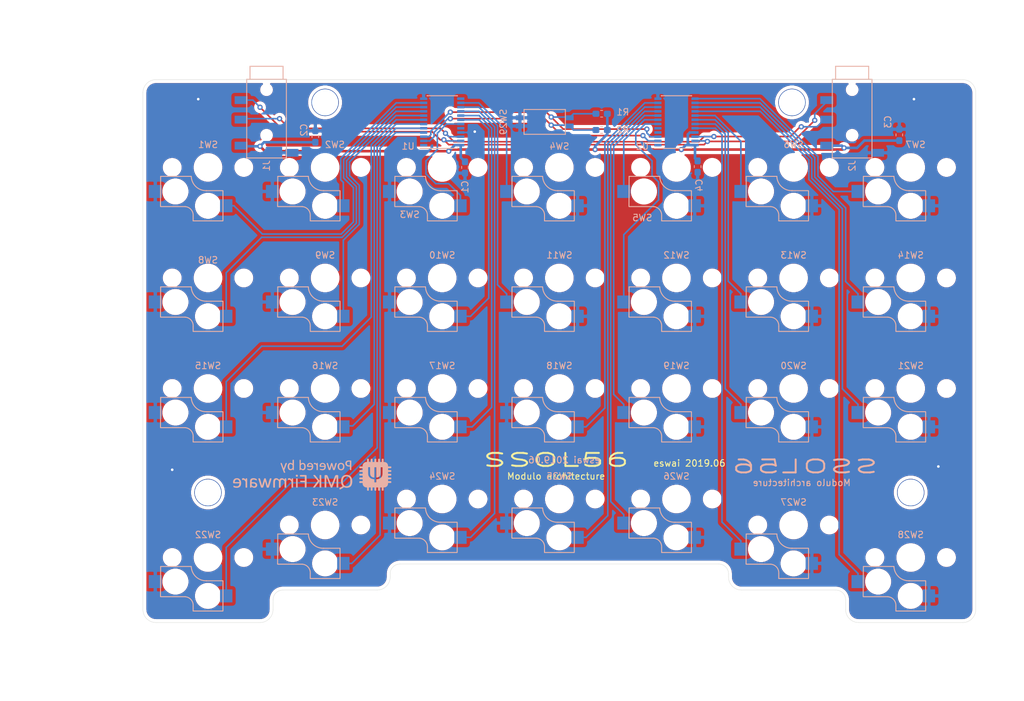
<source format=kicad_pcb>
(kicad_pcb (version 20171130) (host pcbnew "(5.1.0-0)")
  (layers (0 F.Cu signal) (31 B.Cu signal) (34 B.Paste user hide) (35 F.Paste user hide) (36 B.SilkS user) (37 F.SilkS user) (38 B.Mask user hide) (39 F.Mask user hide) (44 Edge.Cuts user))
  (net 0 "")
  (net 1 SDA)
  (net 2 SCL)
  (net 3 GND)
  (net 4 SW1)
  (net 5 SW2)
  (net 6 SW3)
  (net 7 SW4)
  (net 8 SW5)
  (net 9 SW6)
  (net 10 SW7)
  (net 11 SW8)
  (net 12 SW9)
  (net 13 SW10)
  (net 14 SW11)
  (net 15 SW12)
  (net 16 SW13)
  (net 17 SW14)
  (net 18 SW15)
  (net 19 SW16)
  (net 20 SW17)
  (net 21 SW18)
  (net 22 SW19)
  (net 23 SW20)
  (net 24 A2)
  (net 25 A1)
  (net 26 VCC)
  (net 27 SW21)
  (net 28 SW22)
  (net 29 SW23)
  (net 30 SW24)
  (net 31 SW25)
  (net 32 SW26)
  (net 33 SW27)
  (net 34 SW28)
  (module eswai:qmk (layer B.Cu) (at 175 88.75 180)
    (fp_text reference G*** hide)
    (fp_text value LOGO hide)
  )
  (module eswai:CherryMX_Choc_Hotswap_copy (layer F.Cu) (at 267 101.5)
    (fp_text reference SW28 (at 0 -3.5) (layer B.SilkS) (effects (justify mirror)))
    (fp_text value SW_PUSH hide)
    (pad 1 smd rect (at -8.1 3.7 180) (size 2 2) (layers B.Cu B.Paste B.Mask) (net 34 SW28))
    (pad 2 smd rect (at 2.8 5.9 180) (size 1.9 2) (layers B.Cu B.Paste B.Mask) (net 3 GND))
    (pad "" np_thru_hole circle (at -5 3.7 90) (size 3 3) (drill 3) (layers *.Cu *.Mask))
    (pad "" np_thru_hole circle (at 0 5.9 90) (size 3 3) (drill 3) (layers *.Cu *.Mask))
    (pad "" np_thru_hole circle (at 0 0 90) (size 3.4 3.4) (drill 3.4) (layers *.Cu *.Mask))
    (pad "" np_thru_hole circle (at -5.5 0 90) (size 1.9 1.9) (drill 1.9) (layers *.Cu *.Mask))
    (pad "" np_thru_hole circle (at 5.5 0 90) (size 1.9 1.9) (drill 1.9) (layers *.Cu *.Mask))
  )
  (module eswai:CherryMX_Choc_Hotswap_copy (layer F.Cu) (at 249 96.5)
    (fp_text reference SW27 (at 0 -3.5) (layer B.SilkS) (effects (justify mirror)))
    (fp_text value SW_PUSH hide)
    (pad 1 smd rect (at -8.1 3.7 180) (size 2 2) (layers B.Cu B.Paste B.Mask) (net 33 SW27))
    (pad 2 smd rect (at 2.8 5.9 180) (size 1.9 2) (layers B.Cu B.Paste B.Mask) (net 3 GND))
    (pad "" np_thru_hole circle (at -5 3.7 90) (size 3 3) (drill 3) (layers *.Cu *.Mask))
    (pad "" np_thru_hole circle (at 0 5.9 90) (size 3 3) (drill 3) (layers *.Cu *.Mask))
    (pad "" np_thru_hole circle (at 0 0 90) (size 3.4 3.4) (drill 3.4) (layers *.Cu *.Mask))
    (pad "" np_thru_hole circle (at -5.5 0 90) (size 1.9 1.9) (drill 1.9) (layers *.Cu *.Mask))
    (pad "" np_thru_hole circle (at 5.5 0 90) (size 1.9 1.9) (drill 1.9) (layers *.Cu *.Mask))
  )
  (module eswai:CherryMX_Choc_Hotswap_copy (layer F.Cu) (at 231 92.5)
    (fp_text reference SW26 (at 0 -3.5) (layer B.SilkS) (effects (justify mirror)))
    (fp_text value SW_PUSH hide)
    (pad 1 smd rect (at -8.1 3.7 180) (size 2 2) (layers B.Cu B.Paste B.Mask) (net 32 SW26))
    (pad 2 smd rect (at 2.8 5.9 180) (size 1.9 2) (layers B.Cu B.Paste B.Mask) (net 3 GND))
    (pad "" np_thru_hole circle (at -5 3.7 90) (size 3 3) (drill 3) (layers *.Cu *.Mask))
    (pad "" np_thru_hole circle (at 0 5.9 90) (size 3 3) (drill 3) (layers *.Cu *.Mask))
    (pad "" np_thru_hole circle (at 0 0 90) (size 3.4 3.4) (drill 3.4) (layers *.Cu *.Mask))
    (pad "" np_thru_hole circle (at -5.5 0 90) (size 1.9 1.9) (drill 1.9) (layers *.Cu *.Mask))
    (pad "" np_thru_hole circle (at 5.5 0 90) (size 1.9 1.9) (drill 1.9) (layers *.Cu *.Mask))
  )
  (module eswai:CherryMX_Choc_Hotswap_copy (layer F.Cu) (at 213 92.5)
    (fp_text reference SW25 (at 0 -3.5) (layer B.SilkS) (effects (justify mirror)))
    (fp_text value SW_PUSH hide)
    (pad 1 smd rect (at -8.1 3.7 180) (size 2 2) (layers B.Cu B.Paste B.Mask) (net 3 GND))
    (pad 2 smd rect (at 2.8 5.9 180) (size 1.9 2) (layers B.Cu B.Paste B.Mask) (net 31 SW25))
    (pad "" np_thru_hole circle (at -5 3.7 90) (size 3 3) (drill 3) (layers *.Cu *.Mask))
    (pad "" np_thru_hole circle (at 0 5.9 90) (size 3 3) (drill 3) (layers *.Cu *.Mask))
    (pad "" np_thru_hole circle (at 0 0 90) (size 3.4 3.4) (drill 3.4) (layers *.Cu *.Mask))
    (pad "" np_thru_hole circle (at -5.5 0 90) (size 1.9 1.9) (drill 1.9) (layers *.Cu *.Mask))
    (pad "" np_thru_hole circle (at 5.5 0 90) (size 1.9 1.9) (drill 1.9) (layers *.Cu *.Mask))
  )
  (module eswai:CherryMX_Choc_Hotswap_copy (layer F.Cu) (at 195 92.5)
    (fp_text reference SW24 (at 0 -3.5) (layer B.SilkS) (effects (justify mirror)))
    (fp_text value SW_PUSH hide)
    (pad 1 smd rect (at -8.1 3.7 180) (size 2 2) (layers B.Cu B.Paste B.Mask) (net 3 GND))
    (pad 2 smd rect (at 2.8 5.9 180) (size 1.9 2) (layers B.Cu B.Paste B.Mask) (net 30 SW24))
    (pad "" np_thru_hole circle (at -5 3.7 90) (size 3 3) (drill 3) (layers *.Cu *.Mask))
    (pad "" np_thru_hole circle (at 0 5.9 90) (size 3 3) (drill 3) (layers *.Cu *.Mask))
    (pad "" np_thru_hole circle (at 0 0 90) (size 3.4 3.4) (drill 3.4) (layers *.Cu *.Mask))
    (pad "" np_thru_hole circle (at -5.5 0 90) (size 1.9 1.9) (drill 1.9) (layers *.Cu *.Mask))
    (pad "" np_thru_hole circle (at 5.5 0 90) (size 1.9 1.9) (drill 1.9) (layers *.Cu *.Mask))
  )
  (module eswai:CherryMX_Choc_Hotswap_copy (layer F.Cu) (at 177 96.5)
    (fp_text reference SW23 (at 0 -3.5) (layer B.SilkS) (effects (justify mirror)))
    (fp_text value SW_PUSH hide)
    (pad 1 smd rect (at -8.1 3.7 180) (size 2 2) (layers B.Cu B.Paste B.Mask) (net 3 GND))
    (pad 2 smd rect (at 2.8 5.9 180) (size 1.9 2) (layers B.Cu B.Paste B.Mask) (net 29 SW23))
    (pad "" np_thru_hole circle (at -5 3.7 90) (size 3 3) (drill 3) (layers *.Cu *.Mask))
    (pad "" np_thru_hole circle (at 0 5.9 90) (size 3 3) (drill 3) (layers *.Cu *.Mask))
    (pad "" np_thru_hole circle (at 0 0 90) (size 3.4 3.4) (drill 3.4) (layers *.Cu *.Mask))
    (pad "" np_thru_hole circle (at -5.5 0 90) (size 1.9 1.9) (drill 1.9) (layers *.Cu *.Mask))
    (pad "" np_thru_hole circle (at 5.5 0 90) (size 1.9 1.9) (drill 1.9) (layers *.Cu *.Mask))
  )
  (module eswai:CherryMX_Choc_Hotswap_copy (layer F.Cu) (at 159 101.5)
    (fp_text reference SW22 (at 0 -3.5) (layer B.SilkS) (effects (justify mirror)))
    (fp_text value SW_PUSH hide)
    (pad 1 smd rect (at -8.1 3.7 180) (size 2 2) (layers B.Cu B.Paste B.Mask) (net 3 GND))
    (pad 2 smd rect (at 2.8 5.9 180) (size 1.9 2) (layers B.Cu B.Paste B.Mask) (net 28 SW22))
    (pad "" np_thru_hole circle (at -5 3.7 90) (size 3 3) (drill 3) (layers *.Cu *.Mask))
    (pad "" np_thru_hole circle (at 0 5.9 90) (size 3 3) (drill 3) (layers *.Cu *.Mask))
    (pad "" np_thru_hole circle (at 0 0 90) (size 3.4 3.4) (drill 3.4) (layers *.Cu *.Mask))
    (pad "" np_thru_hole circle (at -5.5 0 90) (size 1.9 1.9) (drill 1.9) (layers *.Cu *.Mask))
    (pad "" np_thru_hole circle (at 5.5 0 90) (size 1.9 1.9) (drill 1.9) (layers *.Cu *.Mask))
  )
  (module eswai:CherryMX_Choc_Hotswap_copy (layer F.Cu) (at 267 75.5)
    (fp_text reference SW21 (at 0 -3.5) (layer B.SilkS) (effects (justify mirror)))
    (fp_text value SW_PUSH hide)
    (pad 1 smd rect (at -8.1 3.7 180) (size 2 2) (layers B.Cu B.Paste B.Mask) (net 27 SW21))
    (pad 2 smd rect (at 2.8 5.9 180) (size 1.9 2) (layers B.Cu B.Paste B.Mask) (net 3 GND))
    (pad "" np_thru_hole circle (at -5 3.7 90) (size 3 3) (drill 3) (layers *.Cu *.Mask))
    (pad "" np_thru_hole circle (at 0 5.9 90) (size 3 3) (drill 3) (layers *.Cu *.Mask))
    (pad "" np_thru_hole circle (at 0 0 90) (size 3.4 3.4) (drill 3.4) (layers *.Cu *.Mask))
    (pad "" np_thru_hole circle (at -5.5 0 90) (size 1.9 1.9) (drill 1.9) (layers *.Cu *.Mask))
    (pad "" np_thru_hole circle (at 5.5 0 90) (size 1.9 1.9) (drill 1.9) (layers *.Cu *.Mask))
  )
  (module eswai:CherryMX_Choc_Hotswap_copy (layer F.Cu) (at 249 75.5)
    (fp_text reference SW20 (at 0 -3.5) (layer B.SilkS) (effects (justify mirror)))
    (fp_text value SW_PUSH hide)
    (pad 1 smd rect (at -8.1 3.7 180) (size 2 2) (layers B.Cu B.Paste B.Mask) (net 23 SW20))
    (pad 2 smd rect (at 2.8 5.9 180) (size 1.9 2) (layers B.Cu B.Paste B.Mask) (net 3 GND))
    (pad "" np_thru_hole circle (at -5 3.7 90) (size 3 3) (drill 3) (layers *.Cu *.Mask))
    (pad "" np_thru_hole circle (at 0 5.9 90) (size 3 3) (drill 3) (layers *.Cu *.Mask))
    (pad "" np_thru_hole circle (at 0 0 90) (size 3.4 3.4) (drill 3.4) (layers *.Cu *.Mask))
    (pad "" np_thru_hole circle (at -5.5 0 90) (size 1.9 1.9) (drill 1.9) (layers *.Cu *.Mask))
    (pad "" np_thru_hole circle (at 5.5 0 90) (size 1.9 1.9) (drill 1.9) (layers *.Cu *.Mask))
  )
  (module eswai:CherryMX_Choc_Hotswap_copy (layer F.Cu) (at 231 75.5)
    (fp_text reference SW19 (at 0 -3.5) (layer B.SilkS) (effects (justify mirror)))
    (fp_text value SW_PUSH hide)
    (pad 1 smd rect (at -8.1 3.7 180) (size 2 2) (layers B.Cu B.Paste B.Mask) (net 22 SW19))
    (pad 2 smd rect (at 2.8 5.9 180) (size 1.9 2) (layers B.Cu B.Paste B.Mask) (net 3 GND))
    (pad "" np_thru_hole circle (at -5 3.7 90) (size 3 3) (drill 3) (layers *.Cu *.Mask))
    (pad "" np_thru_hole circle (at 0 5.9 90) (size 3 3) (drill 3) (layers *.Cu *.Mask))
    (pad "" np_thru_hole circle (at 0 0 90) (size 3.4 3.4) (drill 3.4) (layers *.Cu *.Mask))
    (pad "" np_thru_hole circle (at -5.5 0 90) (size 1.9 1.9) (drill 1.9) (layers *.Cu *.Mask))
    (pad "" np_thru_hole circle (at 5.5 0 90) (size 1.9 1.9) (drill 1.9) (layers *.Cu *.Mask))
  )
  (module eswai:CherryMX_Choc_Hotswap_copy (layer F.Cu) (at 213 75.5)
    (fp_text reference SW18 (at 0 -3.5) (layer B.SilkS) (effects (justify mirror)))
    (fp_text value SW_PUSH hide)
    (pad 1 smd rect (at -8.1 3.7 180) (size 2 2) (layers B.Cu B.Paste B.Mask) (net 3 GND))
    (pad 2 smd rect (at 2.8 5.9 180) (size 1.9 2) (layers B.Cu B.Paste B.Mask) (net 21 SW18))
    (pad "" np_thru_hole circle (at -5 3.7 90) (size 3 3) (drill 3) (layers *.Cu *.Mask))
    (pad "" np_thru_hole circle (at 0 5.9 90) (size 3 3) (drill 3) (layers *.Cu *.Mask))
    (pad "" np_thru_hole circle (at 0 0 90) (size 3.4 3.4) (drill 3.4) (layers *.Cu *.Mask))
    (pad "" np_thru_hole circle (at -5.5 0 90) (size 1.9 1.9) (drill 1.9) (layers *.Cu *.Mask))
    (pad "" np_thru_hole circle (at 5.5 0 90) (size 1.9 1.9) (drill 1.9) (layers *.Cu *.Mask))
  )
  (module eswai:CherryMX_Choc_Hotswap_copy (layer F.Cu) (at 195 75.5)
    (fp_text reference SW17 (at 0 -3.5) (layer B.SilkS) (effects (justify mirror)))
    (fp_text value SW_PUSH hide)
    (pad 1 smd rect (at -8.1 3.7 180) (size 2 2) (layers B.Cu B.Paste B.Mask) (net 3 GND))
    (pad 2 smd rect (at 2.8 5.9 180) (size 1.9 2) (layers B.Cu B.Paste B.Mask) (net 20 SW17))
    (pad "" np_thru_hole circle (at -5 3.7 90) (size 3 3) (drill 3) (layers *.Cu *.Mask))
    (pad "" np_thru_hole circle (at 0 5.9 90) (size 3 3) (drill 3) (layers *.Cu *.Mask))
    (pad "" np_thru_hole circle (at 0 0 90) (size 3.4 3.4) (drill 3.4) (layers *.Cu *.Mask))
    (pad "" np_thru_hole circle (at -5.5 0 90) (size 1.9 1.9) (drill 1.9) (layers *.Cu *.Mask))
    (pad "" np_thru_hole circle (at 5.5 0 90) (size 1.9 1.9) (drill 1.9) (layers *.Cu *.Mask))
  )
  (module eswai:CherryMX_Choc_Hotswap_copy (layer F.Cu) (at 177 75.5)
    (fp_text reference SW16 (at 0 -3.5) (layer B.SilkS) (effects (justify mirror)))
    (fp_text value SW_PUSH hide)
    (pad 1 smd rect (at -8.1 3.7 180) (size 2 2) (layers B.Cu B.Paste B.Mask) (net 3 GND))
    (pad 2 smd rect (at 2.8 5.9 180) (size 1.9 2) (layers B.Cu B.Paste B.Mask) (net 19 SW16))
    (pad "" np_thru_hole circle (at -5 3.7 90) (size 3 3) (drill 3) (layers *.Cu *.Mask))
    (pad "" np_thru_hole circle (at 0 5.9 90) (size 3 3) (drill 3) (layers *.Cu *.Mask))
    (pad "" np_thru_hole circle (at 0 0 90) (size 3.4 3.4) (drill 3.4) (layers *.Cu *.Mask))
    (pad "" np_thru_hole circle (at -5.5 0 90) (size 1.9 1.9) (drill 1.9) (layers *.Cu *.Mask))
    (pad "" np_thru_hole circle (at 5.5 0 90) (size 1.9 1.9) (drill 1.9) (layers *.Cu *.Mask))
  )
  (module eswai:CherryMX_Choc_Hotswap_copy (layer F.Cu) (at 159 75.5)
    (fp_text reference SW15 (at 0 -3.5) (layer B.SilkS) (effects (justify mirror)))
    (fp_text value SW_PUSH hide)
    (pad 1 smd rect (at -8.1 3.7 180) (size 2 2) (layers B.Cu B.Paste B.Mask) (net 3 GND))
    (pad 2 smd rect (at 2.8 5.9 180) (size 1.9 2) (layers B.Cu B.Paste B.Mask) (net 18 SW15))
    (pad "" np_thru_hole circle (at -5 3.7 90) (size 3 3) (drill 3) (layers *.Cu *.Mask))
    (pad "" np_thru_hole circle (at 0 5.9 90) (size 3 3) (drill 3) (layers *.Cu *.Mask))
    (pad "" np_thru_hole circle (at 0 0 90) (size 3.4 3.4) (drill 3.4) (layers *.Cu *.Mask))
    (pad "" np_thru_hole circle (at -5.5 0 90) (size 1.9 1.9) (drill 1.9) (layers *.Cu *.Mask))
    (pad "" np_thru_hole circle (at 5.5 0 90) (size 1.9 1.9) (drill 1.9) (layers *.Cu *.Mask))
  )
  (module eswai:CherryMX_Choc_Hotswap_copy (layer F.Cu) (at 267 58.5)
    (fp_text reference SW14 (at 0 -3.5) (layer B.SilkS) (effects (justify mirror)))
    (fp_text value SW_PUSH hide)
    (pad 1 smd rect (at -8.1 3.7 180) (size 2 2) (layers B.Cu B.Paste B.Mask) (net 17 SW14))
    (pad 2 smd rect (at 2.8 5.9 180) (size 1.9 2) (layers B.Cu B.Paste B.Mask) (net 3 GND))
    (pad "" np_thru_hole circle (at -5 3.7 90) (size 3 3) (drill 3) (layers *.Cu *.Mask))
    (pad "" np_thru_hole circle (at 0 5.9 90) (size 3 3) (drill 3) (layers *.Cu *.Mask))
    (pad "" np_thru_hole circle (at 0 0 90) (size 3.4 3.4) (drill 3.4) (layers *.Cu *.Mask))
    (pad "" np_thru_hole circle (at -5.5 0 90) (size 1.9 1.9) (drill 1.9) (layers *.Cu *.Mask))
    (pad "" np_thru_hole circle (at 5.5 0 90) (size 1.9 1.9) (drill 1.9) (layers *.Cu *.Mask))
  )
  (module eswai:CherryMX_Choc_Hotswap_copy (layer F.Cu) (at 249 58.5)
    (fp_text reference SW13 (at 0 -3.5) (layer B.SilkS) (effects (justify mirror)))
    (fp_text value SW_PUSH hide)
    (pad 1 smd rect (at -8.1 3.7 180) (size 2 2) (layers B.Cu B.Paste B.Mask) (net 16 SW13))
    (pad 2 smd rect (at 2.8 5.9 180) (size 1.9 2) (layers B.Cu B.Paste B.Mask) (net 3 GND))
    (pad "" np_thru_hole circle (at -5 3.7 90) (size 3 3) (drill 3) (layers *.Cu *.Mask))
    (pad "" np_thru_hole circle (at 0 5.9 90) (size 3 3) (drill 3) (layers *.Cu *.Mask))
    (pad "" np_thru_hole circle (at 0 0 90) (size 3.4 3.4) (drill 3.4) (layers *.Cu *.Mask))
    (pad "" np_thru_hole circle (at -5.5 0 90) (size 1.9 1.9) (drill 1.9) (layers *.Cu *.Mask))
    (pad "" np_thru_hole circle (at 5.5 0 90) (size 1.9 1.9) (drill 1.9) (layers *.Cu *.Mask))
  )
  (module eswai:CherryMX_Choc_Hotswap_copy (layer F.Cu) (at 231 58.5)
    (fp_text reference SW12 (at 0 -3.5) (layer B.SilkS) (effects (justify mirror)))
    (fp_text value SW_PUSH hide)
    (pad 1 smd rect (at -8.1 3.7 180) (size 2 2) (layers B.Cu B.Paste B.Mask) (net 15 SW12))
    (pad 2 smd rect (at 2.8 5.9 180) (size 1.9 2) (layers B.Cu B.Paste B.Mask) (net 3 GND))
    (pad "" np_thru_hole circle (at -5 3.7 90) (size 3 3) (drill 3) (layers *.Cu *.Mask))
    (pad "" np_thru_hole circle (at 0 5.9 90) (size 3 3) (drill 3) (layers *.Cu *.Mask))
    (pad "" np_thru_hole circle (at 0 0 90) (size 3.4 3.4) (drill 3.4) (layers *.Cu *.Mask))
    (pad "" np_thru_hole circle (at -5.5 0 90) (size 1.9 1.9) (drill 1.9) (layers *.Cu *.Mask))
    (pad "" np_thru_hole circle (at 5.5 0 90) (size 1.9 1.9) (drill 1.9) (layers *.Cu *.Mask))
  )
  (module eswai:CherryMX_Choc_Hotswap_copy (layer F.Cu) (at 213 58.5)
    (fp_text reference SW11 (at 0 -3.5) (layer B.SilkS) (effects (justify mirror)))
    (fp_text value SW_PUSH hide)
    (pad 1 smd rect (at -8.1 3.7 180) (size 2 2) (layers B.Cu B.Paste B.Mask) (net 14 SW11))
    (pad 2 smd rect (at 2.8 5.9 180) (size 1.9 2) (layers B.Cu B.Paste B.Mask) (net 3 GND))
    (pad "" np_thru_hole circle (at -5 3.7 90) (size 3 3) (drill 3) (layers *.Cu *.Mask))
    (pad "" np_thru_hole circle (at 0 5.9 90) (size 3 3) (drill 3) (layers *.Cu *.Mask))
    (pad "" np_thru_hole circle (at 0 0 90) (size 3.4 3.4) (drill 3.4) (layers *.Cu *.Mask))
    (pad "" np_thru_hole circle (at -5.5 0 90) (size 1.9 1.9) (drill 1.9) (layers *.Cu *.Mask))
    (pad "" np_thru_hole circle (at 5.5 0 90) (size 1.9 1.9) (drill 1.9) (layers *.Cu *.Mask))
  )
  (module eswai:CherryMX_Choc_Hotswap_copy (layer F.Cu) (at 195 58.5)
    (fp_text reference SW10 (at 0 -3.5) (layer B.SilkS) (effects (justify mirror)))
    (fp_text value SW_PUSH hide)
    (pad 1 smd rect (at -8.1 3.7 180) (size 2 2) (layers B.Cu B.Paste B.Mask) (net 3 GND))
    (pad 2 smd rect (at 2.8 5.9 180) (size 1.9 2) (layers B.Cu B.Paste B.Mask) (net 13 SW10))
    (pad "" np_thru_hole circle (at -5 3.7 90) (size 3 3) (drill 3) (layers *.Cu *.Mask))
    (pad "" np_thru_hole circle (at 0 5.9 90) (size 3 3) (drill 3) (layers *.Cu *.Mask))
    (pad "" np_thru_hole circle (at 0 0 90) (size 3.4 3.4) (drill 3.4) (layers *.Cu *.Mask))
    (pad "" np_thru_hole circle (at -5.5 0 90) (size 1.9 1.9) (drill 1.9) (layers *.Cu *.Mask))
    (pad "" np_thru_hole circle (at 5.5 0 90) (size 1.9 1.9) (drill 1.9) (layers *.Cu *.Mask))
  )
  (module eswai:CherryMX_Choc_Hotswap_copy (layer F.Cu) (at 177 58.5)
    (fp_text reference SW9 (at 0 -3.5) (layer B.SilkS) (effects (justify mirror)))
    (fp_text value SW_PUSH hide)
    (pad 1 smd rect (at -8.1 3.7 180) (size 2 2) (layers B.Cu B.Paste B.Mask) (net 3 GND))
    (pad 2 smd rect (at 2.8 5.9 180) (size 1.9 2) (layers B.Cu B.Paste B.Mask) (net 12 SW9))
    (pad "" np_thru_hole circle (at -5 3.7 90) (size 3 3) (drill 3) (layers *.Cu *.Mask))
    (pad "" np_thru_hole circle (at 0 5.9 90) (size 3 3) (drill 3) (layers *.Cu *.Mask))
    (pad "" np_thru_hole circle (at 0 0 90) (size 3.4 3.4) (drill 3.4) (layers *.Cu *.Mask))
    (pad "" np_thru_hole circle (at -5.5 0 90) (size 1.9 1.9) (drill 1.9) (layers *.Cu *.Mask))
    (pad "" np_thru_hole circle (at 5.5 0 90) (size 1.9 1.9) (drill 1.9) (layers *.Cu *.Mask))
  )
  (module eswai:CherryMX_Choc_Hotswap_copy (layer F.Cu) (at 159 58.5)
    (fp_text reference SW8 (at 0 -2.75) (layer B.SilkS) (effects (justify mirror)))
    (fp_text value SW_PUSH hide)
    (pad 1 smd rect (at -8.1 3.7 180) (size 2 2) (layers B.Cu B.Paste B.Mask) (net 3 GND))
    (pad 2 smd rect (at 2.8 5.9 180) (size 1.9 2) (layers B.Cu B.Paste B.Mask) (net 11 SW8))
    (pad "" np_thru_hole circle (at -5 3.7 90) (size 3 3) (drill 3) (layers *.Cu *.Mask))
    (pad "" np_thru_hole circle (at 0 5.9 90) (size 3 3) (drill 3) (layers *.Cu *.Mask))
    (pad "" np_thru_hole circle (at 0 0 90) (size 3.4 3.4) (drill 3.4) (layers *.Cu *.Mask))
    (pad "" np_thru_hole circle (at -5.5 0 90) (size 1.9 1.9) (drill 1.9) (layers *.Cu *.Mask))
    (pad "" np_thru_hole circle (at 5.5 0 90) (size 1.9 1.9) (drill 1.9) (layers *.Cu *.Mask))
  )
  (module eswai:CherryMX_Choc_Hotswap_copy (layer F.Cu) (at 267 41.5)
    (fp_text reference SW7 (at 0.75 -3.5) (layer B.SilkS) (effects (justify mirror)))
    (fp_text value SW_PUSH hide)
    (pad 1 smd rect (at -8.1 3.7 180) (size 2 2) (layers B.Cu B.Paste B.Mask) (net 10 SW7))
    (pad 2 smd rect (at 2.8 5.9 180) (size 1.9 2) (layers B.Cu B.Paste B.Mask) (net 3 GND))
    (pad "" np_thru_hole circle (at -5 3.7 90) (size 3 3) (drill 3) (layers *.Cu *.Mask))
    (pad "" np_thru_hole circle (at 0 5.9 90) (size 3 3) (drill 3) (layers *.Cu *.Mask))
    (pad "" np_thru_hole circle (at 0 0 90) (size 3.4 3.4) (drill 3.4) (layers *.Cu *.Mask))
    (pad "" np_thru_hole circle (at -5.5 0 90) (size 1.9 1.9) (drill 1.9) (layers *.Cu *.Mask))
    (pad "" np_thru_hole circle (at 5.5 0 90) (size 1.9 1.9) (drill 1.9) (layers *.Cu *.Mask))
  )
  (module eswai:CherryMX_Choc_Hotswap_copy (layer F.Cu) (at 249 41.5)
    (fp_text reference SW6 (at 0 -3.5) (layer B.SilkS) (effects (justify mirror)))
    (fp_text value SW_PUSH hide)
    (pad 1 smd rect (at -8.1 3.7 180) (size 2 2) (layers B.Cu B.Paste B.Mask) (net 9 SW6))
    (pad 2 smd rect (at 2.8 5.9 180) (size 1.9 2) (layers B.Cu B.Paste B.Mask) (net 3 GND))
    (pad "" np_thru_hole circle (at -5 3.7 90) (size 3 3) (drill 3) (layers *.Cu *.Mask))
    (pad "" np_thru_hole circle (at 0 5.9 90) (size 3 3) (drill 3) (layers *.Cu *.Mask))
    (pad "" np_thru_hole circle (at 0 0 90) (size 3.4 3.4) (drill 3.4) (layers *.Cu *.Mask))
    (pad "" np_thru_hole circle (at -5.5 0 90) (size 1.9 1.9) (drill 1.9) (layers *.Cu *.Mask))
    (pad "" np_thru_hole circle (at 5.5 0 90) (size 1.9 1.9) (drill 1.9) (layers *.Cu *.Mask))
  )
  (module eswai:CherryMX_Choc_Hotswap_copy (layer F.Cu) (at 231 41.5)
    (fp_text reference SW5 (at -5.25 7.75) (layer B.SilkS) (effects (justify mirror)))
    (fp_text value SW_PUSH hide)
    (pad 1 smd rect (at -8.1 3.7 180) (size 2 2) (layers B.Cu B.Paste B.Mask) (net 8 SW5))
    (pad 2 smd rect (at 2.8 5.9 180) (size 1.9 2) (layers B.Cu B.Paste B.Mask) (net 3 GND))
    (pad "" np_thru_hole circle (at -5 3.7 90) (size 3 3) (drill 3) (layers *.Cu *.Mask))
    (pad "" np_thru_hole circle (at 0 5.9 90) (size 3 3) (drill 3) (layers *.Cu *.Mask))
    (pad "" np_thru_hole circle (at 0 0 90) (size 3.4 3.4) (drill 3.4) (layers *.Cu *.Mask))
    (pad "" np_thru_hole circle (at -5.5 0 90) (size 1.9 1.9) (drill 1.9) (layers *.Cu *.Mask))
    (pad "" np_thru_hole circle (at 5.5 0 90) (size 1.9 1.9) (drill 1.9) (layers *.Cu *.Mask))
  )
  (module eswai:CherryMX_Choc_Hotswap_copy (layer F.Cu) (at 213 41.5)
    (fp_text reference SW4 (at 0 -3.25) (layer B.SilkS) (effects (justify mirror)))
    (fp_text value SW_PUSH hide)
    (pad 1 smd rect (at -8.1 3.7 180) (size 2 2) (layers B.Cu B.Paste B.Mask) (net 7 SW4))
    (pad 2 smd rect (at 2.8 5.9 180) (size 1.9 2) (layers B.Cu B.Paste B.Mask) (net 3 GND))
    (pad "" np_thru_hole circle (at -5 3.7 90) (size 3 3) (drill 3) (layers *.Cu *.Mask))
    (pad "" np_thru_hole circle (at 0 5.9 90) (size 3 3) (drill 3) (layers *.Cu *.Mask))
    (pad "" np_thru_hole circle (at 0 0 90) (size 3.4 3.4) (drill 3.4) (layers *.Cu *.Mask))
    (pad "" np_thru_hole circle (at -5.5 0 90) (size 1.9 1.9) (drill 1.9) (layers *.Cu *.Mask))
    (pad "" np_thru_hole circle (at 5.5 0 90) (size 1.9 1.9) (drill 1.9) (layers *.Cu *.Mask))
  )
  (module eswai:CherryMX_Choc_Hotswap_copy (layer F.Cu) (at 195 41.5)
    (fp_text reference SW3 (at -5 7.25) (layer B.SilkS) (effects (justify mirror)))
    (fp_text value SW_PUSH hide)
    (pad 1 smd rect (at -8.1 3.7 180) (size 2 2) (layers B.Cu B.Paste B.Mask) (net 3 GND))
    (pad 2 smd rect (at 2.8 5.9 180) (size 1.9 2) (layers B.Cu B.Paste B.Mask) (net 6 SW3))
    (pad "" np_thru_hole circle (at -5 3.7 90) (size 3 3) (drill 3) (layers *.Cu *.Mask))
    (pad "" np_thru_hole circle (at 0 5.9 90) (size 3 3) (drill 3) (layers *.Cu *.Mask))
    (pad "" np_thru_hole circle (at 0 0 90) (size 3.4 3.4) (drill 3.4) (layers *.Cu *.Mask))
    (pad "" np_thru_hole circle (at -5.5 0 90) (size 1.9 1.9) (drill 1.9) (layers *.Cu *.Mask))
    (pad "" np_thru_hole circle (at 5.5 0 90) (size 1.9 1.9) (drill 1.9) (layers *.Cu *.Mask))
  )
  (module eswai:CherryMX_Choc_Hotswap_copy (layer F.Cu) (at 177 41.5)
    (fp_text reference SW2 (at 1.5 -3.5) (layer B.SilkS) (effects (justify mirror)))
    (fp_text value SW_PUSH hide)
    (pad 1 smd rect (at -8.1 3.7 180) (size 2 2) (layers B.Cu B.Paste B.Mask) (net 3 GND))
    (pad 2 smd rect (at 2.8 5.9 180) (size 1.9 2) (layers B.Cu B.Paste B.Mask) (net 5 SW2))
    (pad "" np_thru_hole circle (at -5 3.7 90) (size 3 3) (drill 3) (layers *.Cu *.Mask))
    (pad "" np_thru_hole circle (at 0 5.9 90) (size 3 3) (drill 3) (layers *.Cu *.Mask))
    (pad "" np_thru_hole circle (at 0 0 90) (size 3.4 3.4) (drill 3.4) (layers *.Cu *.Mask))
    (pad "" np_thru_hole circle (at -5.5 0 90) (size 1.9 1.9) (drill 1.9) (layers *.Cu *.Mask))
    (pad "" np_thru_hole circle (at 5.5 0 90) (size 1.9 1.9) (drill 1.9) (layers *.Cu *.Mask))
  )
  (module eswai:CherryMX_Choc_Hotswap_copy (layer F.Cu) (at 159 41.5)
    (fp_text reference SW1 (at 0 -3.5) (layer B.SilkS) (effects (justify mirror)))
    (fp_text value SW_PUSH hide)
    (pad 1 smd rect (at -8.1 3.7 180) (size 2 2) (layers B.Cu B.Paste B.Mask) (net 3 GND))
    (pad 2 smd rect (at 2.8 5.9 180) (size 1.9 2) (layers B.Cu B.Paste B.Mask) (net 4 SW1))
    (pad "" np_thru_hole circle (at -5 3.7 90) (size 3 3) (drill 3) (layers *.Cu *.Mask))
    (pad "" np_thru_hole circle (at 0 5.9 90) (size 3 3) (drill 3) (layers *.Cu *.Mask))
    (pad "" np_thru_hole circle (at 0 0 90) (size 3.4 3.4) (drill 3.4) (layers *.Cu *.Mask))
    (pad "" np_thru_hole circle (at -5.5 0 90) (size 1.9 1.9) (drill 1.9) (layers *.Cu *.Mask))
    (pad "" np_thru_hole circle (at 5.5 0 90) (size 1.9 1.9) (drill 1.9) (layers *.Cu *.Mask))
  )
  (module eswai:TRRS_SMD_PJ320_single (layer B.Cu) (at 258 34 270)
    (fp_text reference J2 (at 7.25 0 270) (layer B.SilkS) (effects (justify mirror)))
    (fp_text value MJ-4PP-9)
    (pad B smd rect (at -2.85 3.9 270) (size 1.2 2) (layers B.Cu B.Paste B.Mask) (net 1 SDA))
    (pad C smd rect (at 0.15 3.9 270) (size 1.2 2) (layers B.Cu B.Paste B.Mask) (net 2 SCL))
    (pad D smd rect (at 4.15 3.9 270) (size 1.2 2) (layers B.Cu B.Paste B.Mask) (net 26 VCC))
    (pad A smd rect (at 5.25 -3.9 270) (size 1.2 2) (layers B.Cu B.Paste B.Mask) (net 3 GND))
    (pad "" np_thru_hole circle (at 2.55 0 270) (size 0.95 0.95) (drill 0.95) (layers *.Cu *.Mask))
    (pad "" np_thru_hole circle (at -4.45 0 270) (size 0.95 0.95) (drill 0.95) (layers *.Cu *.Mask))
  )
  (module eswai:TRRS_SMD_PJ320_single (layer B.Cu) (at 168 34 270)
    (fp_text reference J1 (at 7.25 0 270) (layer B.SilkS) (effects (justify mirror)))
    (fp_text value MJ-4PP-9)
    (pad B smd rect (at -2.85 3.9 270) (size 1.2 2) (layers B.Cu B.Paste B.Mask) (net 1 SDA))
    (pad C smd rect (at 0.15 3.9 270) (size 1.2 2) (layers B.Cu B.Paste B.Mask) (net 2 SCL))
    (pad D smd rect (at 4.15 3.9 270) (size 1.2 2) (layers B.Cu B.Paste B.Mask) (net 26 VCC))
    (pad A smd rect (at 5.25 -3.9 270) (size 1.2 2) (layers B.Cu B.Paste B.Mask) (net 3 GND))
    (pad "" np_thru_hole circle (at 2.55 0 270) (size 0.95 0.95) (drill 0.95) (layers *.Cu *.Mask))
    (pad "" np_thru_hole circle (at -4.45 0 270) (size 0.95 0.95) (drill 0.95) (layers *.Cu *.Mask))
  )
  (module eswai:HOLE (layer F.Cu) (at 267 91.5)
    (fp_text reference H4)
    (fp_text value MountingHole)
    (pad "" np_thru_hole circle (at 0 0) (size 4.2 4.2) (drill 4) (layers *.Cu *.Mask))
  )
  (module eswai:HOLE (layer F.Cu) (at 248.75 31.5)
    (fp_text reference H3)
    (fp_text value MountingHole)
    (pad "" np_thru_hole circle (at 0 0) (size 4.2 4.2) (drill 4) (layers *.Cu *.Mask))
  )
  (module eswai:HOLE (layer F.Cu) (at 159 91.5)
    (fp_text reference H2)
    (fp_text value MountingHole)
    (pad "" np_thru_hole circle (at 0 0) (size 4.2 4.2) (drill 4) (layers *.Cu *.Mask))
  )
  (module eswai:HOLE (layer F.Cu) (at 177 31.5)
    (fp_text reference H1)
    (fp_text value MountingHole)
    (pad "" np_thru_hole circle (at 0 0) (size 4.2 4.2) (drill 4) (layers *.Cu *.Mask))
  )
  (module library:DipSwitch (layer B.Cu) (at 210.75 34.5 90)
    (fp_text reference SW29 (at 0 -6.35 90) (layer B.SilkS) (effects (justify mirror)))
    (fp_text value SW_DIP_x02)
    (pad 4 smd rect (at 0.635 -3.81 90) (size 0.76 1.27) (layers B.Cu B.Paste B.Mask) (net 3 GND))
    (pad 3 smd rect (at -0.635 -3.81 90) (size 0.76 1.27) (layers B.Cu B.Paste B.Mask) (net 3 GND))
    (pad 2 smd rect (at -0.635 3.81 90) (size 0.76 1.27) (layers B.Cu B.Paste B.Mask) (net 25 A1))
    (pad 1 smd rect (at 0.635 3.81 90) (size 0.76 1.27) (layers B.Cu B.Paste B.Mask) (net 24 A2))
  )
  (module Resistor_SMD:R_0603_1608Metric_Pad1.05x0.95mm_HandSolder (layer B.Cu) (at 219.5 35.75)
    (fp_text reference R2 (at 3.25 0) (layer B.SilkS) (effects (justify mirror)))
    (fp_text value R)
    (pad 2 smd roundrect (at 0.875 0) (size 1.05 0.95) (layers B.Cu B.Paste B.Mask) (net 26 VCC))
    (pad 1 smd roundrect (at -0.875 0) (size 1.05 0.95) (layers B.Cu B.Paste B.Mask) (net 25 A1))
  )
  (module Resistor_SMD:R_0603_1608Metric_Pad1.05x0.95mm_HandSolder (layer B.Cu) (at 219.5 33.25 180)
    (fp_text reference R1 (at -3.25 0.25 180) (layer B.SilkS) (effects (justify mirror)))
    (fp_text value R)
    (pad 2 smd roundrect (at 0.875 0 180) (size 1.05 0.95) (layers B.Cu B.Paste B.Mask) (net 24 A2))
    (pad 1 smd roundrect (at -0.875 0 180) (size 1.05 0.95) (layers B.Cu B.Paste B.Mask) (net 26 VCC))
  )
  (module Capacitor_SMD:C_0603_1608Metric_Pad1.05x0.95mm_HandSolder (layer B.Cu) (at 265.25 36.5 90)
    (fp_text reference C3 (at 2 -1.75 90) (layer B.SilkS) (effects (justify mirror)))
    (fp_text value C)
    (pad 2 smd roundrect (at 0.875 0 90) (size 1.05 0.95) (layers B.Cu B.Paste B.Mask) (net 3 GND))
    (pad 1 smd roundrect (at -0.875 0 90) (size 1.05 0.95) (layers B.Cu B.Paste B.Mask) (net 26 VCC))
  )
  (module Capacitor_SMD:C_0603_1608Metric_Pad1.05x0.95mm_HandSolder (layer B.Cu) (at 175.5 36.75 90)
    (fp_text reference C2 (at 1 -1.75 90) (layer B.SilkS) (effects (justify mirror)))
    (fp_text value C)
    (pad 2 smd roundrect (at 0.875 0 90) (size 1.05 0.95) (layers B.Cu B.Paste B.Mask) (net 3 GND))
    (pad 1 smd roundrect (at -0.875 0 90) (size 1.05 0.95) (layers B.Cu B.Paste B.Mask) (net 26 VCC))
  )
  (module Capacitor_SMD:C_0603_1608Metric_Pad1.05x0.95mm_HandSolder (layer B.Cu) (at 234.25 41.375 270)
    (fp_text reference C4 (at 2.875 -0.25 270) (layer B.SilkS) (effects (justify mirror)))
    (fp_text value C)
    (pad 2 smd roundrect (at 0.875 0 270) (size 1.05 0.95) (layers B.Cu B.Paste B.Mask) (net 3 GND))
    (pad 1 smd roundrect (at -0.875 0 270) (size 1.05 0.95) (layers B.Cu B.Paste B.Mask) (net 26 VCC))
  )
  (module Capacitor_SMD:C_0603_1608Metric_Pad1.05x0.95mm_HandSolder (layer B.Cu) (at 198.5 41.5 270)
    (fp_text reference C1 (at 3 0 270) (layer B.SilkS) (effects (justify mirror)))
    (fp_text value C)
    (pad 2 smd roundrect (at 0.875 0 270) (size 1.05 0.95) (layers B.Cu B.Paste B.Mask) (net 3 GND))
    (pad 1 smd roundrect (at -0.875 0 270) (size 1.05 0.95) (layers B.Cu B.Paste B.Mask) (net 26 VCC))
  )
  (module Package_SO:TSSOP-24_4.4x7.8mm_P0.65mm (layer B.Cu) (at 231 34.5)
    (fp_text reference U2 (at -5.25 3.75) (layer B.SilkS) (effects (justify mirror)))
    (fp_text value TCA9555PWR)
    (pad 24 smd rect (at 2.85 3.575) (size 1.1 0.4) (layers B.Cu B.Paste B.Mask) (net 26 VCC))
    (pad 23 smd rect (at 2.85 2.925) (size 1.1 0.4) (layers B.Cu B.Paste B.Mask) (net 1 SDA))
    (pad 22 smd rect (at 2.85 2.275) (size 1.1 0.4) (layers B.Cu B.Paste B.Mask) (net 2 SCL))
    (pad 21 smd rect (at 2.85 1.625) (size 1.1 0.4) (layers B.Cu B.Paste B.Mask) (net 26 VCC))
    (pad 20 smd rect (at 2.85 0.975) (size 1.1 0.4) (layers B.Cu B.Paste B.Mask) (net 33 SW27))
    (pad 19 smd rect (at 2.85 0.325) (size 1.1 0.4) (layers B.Cu B.Paste B.Mask) (net 23 SW20))
    (pad 18 smd rect (at 2.85 -0.325) (size 1.1 0.4) (layers B.Cu B.Paste B.Mask) (net 16 SW13))
    (pad 17 smd rect (at 2.85 -0.975) (size 1.1 0.4) (layers B.Cu B.Paste B.Mask) (net 9 SW6))
    (pad 16 smd rect (at 2.85 -1.625) (size 1.1 0.4) (layers B.Cu B.Paste B.Mask) (net 34 SW28))
    (pad 15 smd rect (at 2.85 -2.275) (size 1.1 0.4) (layers B.Cu B.Paste B.Mask) (net 27 SW21))
    (pad 14 smd rect (at 2.85 -2.925) (size 1.1 0.4) (layers B.Cu B.Paste B.Mask) (net 17 SW14))
    (pad 13 smd rect (at 2.85 -3.575) (size 1.1 0.4) (layers B.Cu B.Paste B.Mask) (net 10 SW7))
    (pad 12 smd rect (at -2.85 -3.575) (size 1.1 0.4) (layers B.Cu B.Paste B.Mask) (net 3 GND))
    (pad 11 smd rect (at -2.85 -2.925) (size 1.1 0.4) (layers B.Cu B.Paste B.Mask) (net 21 SW18))
    (pad 10 smd rect (at -2.85 -2.275) (size 1.1 0.4) (layers B.Cu B.Paste B.Mask) (net 31 SW25))
    (pad 9 smd rect (at -2.85 -1.625) (size 1.1 0.4) (layers B.Cu B.Paste B.Mask) (net 32 SW26))
    (pad 8 smd rect (at -2.85 -0.975) (size 1.1 0.4) (layers B.Cu B.Paste B.Mask) (net 22 SW19))
    (pad 7 smd rect (at -2.85 -0.325) (size 1.1 0.4) (layers B.Cu B.Paste B.Mask) (net 8 SW5))
    (pad 6 smd rect (at -2.85 0.325) (size 1.1 0.4) (layers B.Cu B.Paste B.Mask) (net 15 SW12))
    (pad 5 smd rect (at -2.85 0.975) (size 1.1 0.4) (layers B.Cu B.Paste B.Mask))
    (pad 4 smd rect (at -2.85 1.625) (size 1.1 0.4) (layers B.Cu B.Paste B.Mask))
    (pad 3 smd rect (at -2.85 2.275) (size 1.1 0.4) (layers B.Cu B.Paste B.Mask) (net 24 A2))
    (pad 2 smd rect (at -2.85 2.925) (size 1.1 0.4) (layers B.Cu B.Paste B.Mask) (net 25 A1))
    (pad 1 smd rect (at -2.85 3.575) (size 1.1 0.4) (layers B.Cu B.Paste B.Mask))
  )
  (module Package_SO:TSSOP-24_4.4x7.8mm_P0.65mm (layer B.Cu) (at 195 34.5)
    (fp_text reference U1 (at -5.25 3.75) (layer B.SilkS) (effects (justify mirror)))
    (fp_text value TCA9555PWR)
    (pad 24 smd rect (at 2.85 3.575) (size 1.1 0.4) (layers B.Cu B.Paste B.Mask) (net 26 VCC))
    (pad 23 smd rect (at 2.85 2.925) (size 1.1 0.4) (layers B.Cu B.Paste B.Mask) (net 1 SDA))
    (pad 22 smd rect (at 2.85 2.275) (size 1.1 0.4) (layers B.Cu B.Paste B.Mask) (net 2 SCL))
    (pad 21 smd rect (at 2.85 1.625) (size 1.1 0.4) (layers B.Cu B.Paste B.Mask) (net 3 GND))
    (pad 20 smd rect (at 2.85 0.975) (size 1.1 0.4) (layers B.Cu B.Paste B.Mask))
    (pad 19 smd rect (at 2.85 0.325) (size 1.1 0.4) (layers B.Cu B.Paste B.Mask) (net 6 SW3))
    (pad 18 smd rect (at 2.85 -0.325) (size 1.1 0.4) (layers B.Cu B.Paste B.Mask) (net 13 SW10))
    (pad 17 smd rect (at 2.85 -0.975) (size 1.1 0.4) (layers B.Cu B.Paste B.Mask) (net 20 SW17))
    (pad 16 smd rect (at 2.85 -1.625) (size 1.1 0.4) (layers B.Cu B.Paste B.Mask) (net 30 SW24))
    (pad 15 smd rect (at 2.85 -2.275) (size 1.1 0.4) (layers B.Cu B.Paste B.Mask) (net 14 SW11))
    (pad 14 smd rect (at 2.85 -2.925) (size 1.1 0.4) (layers B.Cu B.Paste B.Mask) (net 7 SW4))
    (pad 13 smd rect (at 2.85 -3.575) (size 1.1 0.4) (layers B.Cu B.Paste B.Mask))
    (pad 12 smd rect (at -2.85 -3.575) (size 1.1 0.4) (layers B.Cu B.Paste B.Mask) (net 3 GND))
    (pad 11 smd rect (at -2.85 -2.925) (size 1.1 0.4) (layers B.Cu B.Paste B.Mask) (net 5 SW2))
    (pad 10 smd rect (at -2.85 -2.275) (size 1.1 0.4) (layers B.Cu B.Paste B.Mask) (net 4 SW1))
    (pad 9 smd rect (at -2.85 -1.625) (size 1.1 0.4) (layers B.Cu B.Paste B.Mask) (net 11 SW8))
    (pad 8 smd rect (at -2.85 -0.975) (size 1.1 0.4) (layers B.Cu B.Paste B.Mask) (net 12 SW9))
    (pad 7 smd rect (at -2.85 -0.325) (size 1.1 0.4) (layers B.Cu B.Paste B.Mask) (net 18 SW15))
    (pad 6 smd rect (at -2.85 0.325) (size 1.1 0.4) (layers B.Cu B.Paste B.Mask) (net 19 SW16))
    (pad 5 smd rect (at -2.85 0.975) (size 1.1 0.4) (layers B.Cu B.Paste B.Mask) (net 28 SW22))
    (pad 4 smd rect (at -2.85 1.625) (size 1.1 0.4) (layers B.Cu B.Paste B.Mask) (net 29 SW23))
    (pad 3 smd rect (at -2.85 2.275) (size 1.1 0.4) (layers B.Cu B.Paste B.Mask) (net 24 A2))
    (pad 2 smd rect (at -2.85 2.925) (size 1.1 0.4) (layers B.Cu B.Paste B.Mask) (net 25 A1))
    (pad 1 smd rect (at -2.85 3.575) (size 1.1 0.4) (layers B.Cu B.Paste B.Mask))
  )
  (gr_text "eswai 2019.06" (at 213.75 86.5) (layer B.SilkS) (effects (font (size 1 1)) (justify mirror)))
  (gr_text "Modulo architecture" (at 212.5 89) (layer F.SilkS) (effects (font (size 1 1))))
  (gr_line (start 239 104) (end 239 104.5) (layer Edge.Cuts) (width 0.05))
  (gr_line (start 187 104) (end 187 104.5) (layer Edge.Cuts) (width 0.05))
  (gr_line (start 257 108) (end 257 109.5) (layer Edge.Cuts) (width 0.05))
  (gr_line (start 237.5 102.5) (end 188.5 102.5) (layer Edge.Cuts) (width 0.05))
  (gr_line (start 241 106.5) (end 255.5 106.5) (layer Edge.Cuts) (width 0.05))
  (gr_line (start 275 111.5) (end 259 111.5) (layer Edge.Cuts) (width 0.05))
  (gr_arc (start 255.5 108) (end 257 108) (angle -90) (layer Edge.Cuts) (width 0.05))
  (gr_arc (start 259 109.5) (end 257 109.5) (angle -90) (layer Edge.Cuts) (width 0.05))
  (gr_arc (start 237.5 104) (end 239 104) (angle -90) (layer Edge.Cuts) (width 0.05))
  (gr_arc (start 241 104.5) (end 239 104.5) (angle -90) (layer Edge.Cuts) (width 0.05))
  (gr_line (start 167 111.5) (end 151 111.5) (layer Edge.Cuts) (width 0.05))
  (gr_line (start 169 108) (end 169 109.5) (layer Edge.Cuts) (width 0.05))
  (gr_line (start 185 106.5) (end 170.5 106.5) (layer Edge.Cuts) (width 0.05))
  (gr_arc (start 170.5 108) (end 170.5 106.5) (angle -90) (layer Edge.Cuts) (width 0.05))
  (gr_arc (start 188.5 104) (end 188.5 102.5) (angle -90) (layer Edge.Cuts) (width 0.05))
  (gr_arc (start 185 104.5) (end 185 106.5) (angle -90) (layer Edge.Cuts) (width 0.05))
  (gr_arc (start 167 109.5) (end 167 111.5) (angle -90) (layer Edge.Cuts) (width 0.05))
  (gr_arc (start 275 109.5) (end 275 111.5) (angle -90) (layer Edge.Cuts) (width 0.05))
  (gr_line (start 277 30) (end 277 109.5) (layer Edge.Cuts) (width 0.05))
  (gr_arc (start 275 30) (end 277 30) (angle -90) (layer Edge.Cuts) (width 0.05))
  (gr_arc (start 151 109.5) (end 149 109.5) (angle -90) (layer Edge.Cuts) (width 0.05))
  (gr_line (start 149 30) (end 149 109.5) (layer Edge.Cuts) (width 0.05))
  (gr_arc (start 151 30) (end 151 28) (angle -90) (layer Edge.Cuts) (width 0.05))
  (gr_line (start 151 28) (end 275 28) (layer Edge.Cuts) (width 0.05))
  (gr_text "eswai 2019.06" (at 233 87) (layer F.SilkS) (effects (font (size 1 1))))
  (gr_text SSOL56 (at 212.5 86.5) (layer F.SilkS) (effects (font (size 2 4) (thickness 0.3))))
  (gr_text "Modulo architecture" (at 250.25 90) (layer B.SilkS) (effects (font (size 1 1)) (justify mirror)))
  (gr_text SSOL56 (at 250.75 87.5) (layer B.SilkS) (effects (font (size 2 4) (thickness 0.3)) (justify mirror)))
  (segment (start 165.9 31.15) (end 167 32.25) (width 0.25) (layer B.Cu) (net 1))
  (via (at 167 32.25) (size 0.8) (drill 0.4) (layers F.Cu B.Cu) (net 1))
  (segment (start 164.1 31.15) (end 165.9 31.15) (width 0.25) (layer B.Cu) (net 1))
  (via (at 235.750006 37.5) (size 0.8) (drill 0.4) (layers F.Cu B.Cu) (net 1))
  (segment (start 235.675006 37.425) (end 235.750006 37.5) (width 0.25) (layer B.Cu) (net 1))
  (segment (start 233.85 37.425) (end 235.675006 37.425) (width 0.25) (layer B.Cu) (net 1))
  (via (at 195.25 37.249988) (size 0.8) (drill 0.4) (layers F.Cu B.Cu) (net 1))
  (segment (start 197.85 37.425) (end 195.425012 37.425) (width 0.25) (layer B.Cu) (net 1))
  (segment (start 195.425012 37.425) (end 195.25 37.249988) (width 0.25) (layer B.Cu) (net 1))
  (segment (start 235.250006 38) (end 196.000012 38) (width 0.25) (layer F.Cu) (net 1))
  (segment (start 196.000012 38) (end 195.649999 37.649987) (width 0.25) (layer F.Cu) (net 1))
  (segment (start 235.750006 37.5) (end 235.250006 38) (width 0.25) (layer F.Cu) (net 1))
  (segment (start 195.649999 37.649987) (end 195.25 37.249988) (width 0.25) (layer F.Cu) (net 1))
  (segment (start 194.684315 37.249988) (end 195.25 37.249988) (width 0.25) (layer F.Cu) (net 1))
  (segment (start 193.434327 36) (end 194.684315 37.249988) (width 0.25) (layer F.Cu) (net 1))
  (segment (start 170.75 36) (end 193.434327 36) (width 0.25) (layer F.Cu) (net 1))
  (segment (start 167 32.25) (end 170.75 36) (width 0.25) (layer F.Cu) (net 1))
  (via (at 252.25 34.25001) (size 0.8) (drill 0.4) (layers F.Cu B.Cu) (net 1))
  (segment (start 249.00001 37.5) (end 252.25 34.25001) (width 0.25) (layer F.Cu) (net 1))
  (segment (start 235.750006 37.5) (end 249.00001 37.5) (width 0.25) (layer F.Cu) (net 1))
  (segment (start 254.1 31.4) (end 252.25 33.25) (width 0.25) (layer B.Cu) (net 1))
  (segment (start 252.25 33.25) (end 252.25 34.25001) (width 0.25) (layer B.Cu) (net 1))
  (segment (start 254.1 31.15) (end 254.1 31.4) (width 0.25) (layer B.Cu) (net 1))
  (via (at 170 34) (size 0.8) (drill 0.4) (layers F.Cu B.Cu) (net 2))
  (segment (start 164.25 34) (end 164.1 34.15) (width 0.25) (layer B.Cu) (net 2))
  (segment (start 170 34) (end 164.25 34) (width 0.25) (layer B.Cu) (net 2))
  (segment (start 233.85 36.775) (end 236.725 36.775) (width 0.25) (layer B.Cu) (net 2))
  (segment (start 236.725 36.775) (end 236.75 36.75) (width 0.25) (layer B.Cu) (net 2))
  (via (at 236.75 36.75) (size 0.8) (drill 0.4) (layers F.Cu B.Cu) (net 2))
  (segment (start 197.85 36.775) (end 196.025 36.775) (width 0.25) (layer B.Cu) (net 2))
  (segment (start 196.025 36.775) (end 195.899999 36.649999) (width 0.25) (layer B.Cu) (net 2))
  (segment (start 195.899999 36.649999) (end 195.5 36.25) (width 0.25) (layer B.Cu) (net 2))
  (via (at 195.5 36.25) (size 0.8) (drill 0.4) (layers F.Cu B.Cu) (net 2))
  (segment (start 196.799989 37.549989) (end 195.899999 36.649999) (width 0.25) (layer F.Cu) (net 2))
  (segment (start 234.450011 37.549989) (end 196.799989 37.549989) (width 0.25) (layer F.Cu) (net 2))
  (segment (start 235.25 36.75) (end 234.450011 37.549989) (width 0.25) (layer F.Cu) (net 2))
  (segment (start 195.899999 36.649999) (end 195.5 36.25) (width 0.25) (layer F.Cu) (net 2))
  (segment (start 236.75 36.75) (end 235.25 36.75) (width 0.25) (layer F.Cu) (net 2))
  (segment (start 195.100001 35.850001) (end 195.5 36.25) (width 0.25) (layer F.Cu) (net 2))
  (segment (start 171.5 35.5) (end 194.75 35.5) (width 0.25) (layer F.Cu) (net 2))
  (segment (start 194.75 35.5) (end 195.100001 35.850001) (width 0.25) (layer F.Cu) (net 2))
  (segment (start 170 34) (end 171.5 35.5) (width 0.25) (layer F.Cu) (net 2))
  (via (at 250.184311 35.25) (size 0.8) (drill 0.4) (layers F.Cu B.Cu) (net 2))
  (segment (start 250.749996 35.25) (end 250.184311 35.25) (width 0.25) (layer B.Cu) (net 2))
  (segment (start 253.7 34.15) (end 252.6 35.25) (width 0.25) (layer B.Cu) (net 2))
  (segment (start 254.1 34.15) (end 253.7 34.15) (width 0.25) (layer B.Cu) (net 2))
  (segment (start 252.6 35.25) (end 250.749996 35.25) (width 0.25) (layer B.Cu) (net 2))
  (segment (start 250 35.25) (end 250.184311 35.25) (width 0.25) (layer F.Cu) (net 2))
  (segment (start 248.5 36.75) (end 250 35.25) (width 0.25) (layer F.Cu) (net 2))
  (segment (start 236.75 36.75) (end 248.5 36.75) (width 0.25) (layer F.Cu) (net 2))
  (segment (start 199.375 36.125) (end 199.5 36.25) (width 0.25) (layer B.Cu) (net 3))
  (segment (start 197.85 36.125) (end 199.375 36.125) (width 0.25) (layer B.Cu) (net 3))
  (via (at 200 36) (size 0.8) (drill 0.4) (layers F.Cu B.Cu) (net 3))
  (via (at 157.5 31) (size 0.8) (drill 0.4) (layers F.Cu B.Cu) (net 3))
  (via (at 267.5 31) (size 0.8) (drill 0.4) (layers F.Cu B.Cu) (net 3))
  (via (at 271.25 87.5) (size 0.8) (drill 0.4) (layers F.Cu B.Cu) (net 3))
  (via (at 153.5 88) (size 0.8) (drill 0.4) (layers F.Cu B.Cu) (net 3))
  (segment (start 181.349978 49.877202) (end 179.477179 51.75) (width 0.25) (layer B.Cu) (net 4))
  (segment (start 179.849978 40.28643) (end 179.849978 43.1228) (width 0.25) (layer B.Cu) (net 4))
  (segment (start 179.477179 51.75) (end 167.35 51.75) (width 0.25) (layer B.Cu) (net 4))
  (segment (start 187.91141 32.225) (end 179.849978 40.28643) (width 0.25) (layer B.Cu) (net 4))
  (segment (start 167.35 51.75) (end 163 47.4) (width 0.25) (layer B.Cu) (net 4))
  (segment (start 192.15 32.225) (end 187.91141 32.225) (width 0.25) (layer B.Cu) (net 4))
  (segment (start 163 47.4) (end 161.8 47.4) (width 0.25) (layer B.Cu) (net 4))
  (segment (start 179.849978 43.1228) (end 181.349978 44.6228) (width 0.25) (layer B.Cu) (net 4))
  (segment (start 181.349978 44.6228) (end 181.349978 49.877202) (width 0.25) (layer B.Cu) (net 4))
  (segment (start 179.399967 40.100033) (end 179.399967 43.399967) (width 0.25) (layer B.Cu) (net 5))
  (segment (start 187.925 31.575) (end 179.399967 40.100033) (width 0.25) (layer B.Cu) (net 5))
  (segment (start 179.8 43.8) (end 179.8 47.4) (width 0.25) (layer B.Cu) (net 5))
  (segment (start 179.399967 43.399967) (end 179.8 43.8) (width 0.25) (layer B.Cu) (net 5))
  (segment (start 192.15 31.575) (end 187.925 31.575) (width 0.25) (layer B.Cu) (net 5))
  (segment (start 196 44) (end 197.8 45.8) (width 0.25) (layer B.Cu) (net 6))
  (segment (start 194 44) (end 196 44) (width 0.25) (layer B.Cu) (net 6))
  (segment (start 192.5 42.5) (end 194 44) (width 0.25) (layer B.Cu) (net 6))
  (segment (start 194.25 38.75) (end 192.5 40.5) (width 0.25) (layer B.Cu) (net 6))
  (segment (start 192.5 40.5) (end 192.5 42.5) (width 0.25) (layer B.Cu) (net 6))
  (segment (start 194.25 36.25) (end 194.25 38.75) (width 0.25) (layer B.Cu) (net 6))
  (segment (start 195.675 34.825) (end 194.25 36.25) (width 0.25) (layer B.Cu) (net 6))
  (segment (start 197.8 45.8) (end 197.8 47.4) (width 0.25) (layer B.Cu) (net 6))
  (segment (start 197.85 34.825) (end 195.675 34.825) (width 0.25) (layer B.Cu) (net 6))
  (segment (start 197.85 31.575) (end 200.620644 31.575) (width 0.25) (layer B.Cu) (net 7))
  (segment (start 200.620644 31.575) (end 204.9 35.854356) (width 0.25) (layer B.Cu) (net 7))
  (segment (start 204.9 43.95) (end 204.9 45.2) (width 0.25) (layer B.Cu) (net 7))
  (segment (start 204.9 35.854356) (end 204.9 43.95) (width 0.25) (layer B.Cu) (net 7))
  (segment (start 222.9 43.95) (end 222.9 45.2) (width 0.25) (layer B.Cu) (net 8))
  (segment (start 228.15 34.175) (end 226.075 34.175) (width 0.25) (layer B.Cu) (net 8))
  (segment (start 222.9 37.35) (end 222.9 43.95) (width 0.25) (layer B.Cu) (net 8))
  (segment (start 226.075 34.175) (end 222.9 37.35) (width 0.25) (layer B.Cu) (net 8))
  (segment (start 240.9 37.490767) (end 240.9 43.95) (width 0.25) (layer B.Cu) (net 9))
  (segment (start 240.9 43.95) (end 240.9 45.2) (width 0.25) (layer B.Cu) (net 9))
  (segment (start 233.85 33.525) (end 236.934233 33.525) (width 0.25) (layer B.Cu) (net 9))
  (segment (start 236.934233 33.525) (end 240.9 37.490767) (width 0.25) (layer B.Cu) (net 9))
  (segment (start 252.75 39.840767) (end 252.75 42.840768) (width 0.25) (layer B.Cu) (net 10))
  (segment (start 252.75 42.840768) (end 255.109232 45.2) (width 0.25) (layer B.Cu) (net 10))
  (segment (start 233.85 30.925) (end 243.834233 30.925) (width 0.25) (layer B.Cu) (net 10))
  (segment (start 255.109232 45.2) (end 257.65 45.2) (width 0.25) (layer B.Cu) (net 10))
  (segment (start 243.834233 30.925) (end 252.75 39.840767) (width 0.25) (layer B.Cu) (net 10))
  (segment (start 257.65 45.2) (end 258.9 45.2) (width 0.25) (layer B.Cu) (net 10))
  (segment (start 161.8 57.7) (end 161.8 63.15) (width 0.25) (layer B.Cu) (net 11))
  (segment (start 180.299989 42.9364) (end 181.799989 44.4364) (width 0.25) (layer B.Cu) (net 11))
  (segment (start 192.15 32.875) (end 187.89782 32.875) (width 0.25) (layer B.Cu) (net 11))
  (segment (start 180.299989 40.47283) (end 180.299989 42.9364) (width 0.25) (layer B.Cu) (net 11))
  (segment (start 187.89782 32.875) (end 180.299989 40.47283) (width 0.25) (layer B.Cu) (net 11))
  (segment (start 161.8 63.15) (end 161.8 64.4) (width 0.25) (layer B.Cu) (net 11))
  (segment (start 167.25 52.25) (end 161.8 57.7) (width 0.25) (layer B.Cu) (net 11))
  (segment (start 179.613589 52.25) (end 167.25 52.25) (width 0.25) (layer B.Cu) (net 11))
  (segment (start 181.799989 50.063601) (end 179.613589 52.25) (width 0.25) (layer B.Cu) (net 11))
  (segment (start 181.799989 44.4364) (end 181.799989 50.063601) (width 0.25) (layer B.Cu) (net 11))
  (segment (start 182.25 50.25) (end 179.8 52.7) (width 0.25) (layer B.Cu) (net 12))
  (segment (start 182.25 44.25) (end 182.25 50.25) (width 0.25) (layer B.Cu) (net 12))
  (segment (start 187.88423 33.525) (end 180.75 40.65923) (width 0.25) (layer B.Cu) (net 12))
  (segment (start 192.15 33.525) (end 187.88423 33.525) (width 0.25) (layer B.Cu) (net 12))
  (segment (start 180.75 40.65923) (end 180.75 42.75) (width 0.25) (layer B.Cu) (net 12))
  (segment (start 179.8 52.7) (end 179.8 64.4) (width 0.25) (layer B.Cu) (net 12))
  (segment (start 180.75 42.75) (end 182.25 44.25) (width 0.25) (layer B.Cu) (net 12))
  (segment (start 199.35 64.4) (end 197.8 64.4) (width 0.25) (layer B.Cu) (net 13))
  (segment (start 202.149967 61.600033) (end 199.35 64.4) (width 0.25) (layer B.Cu) (net 13))
  (segment (start 200.675 34.175) (end 202.149967 35.649967) (width 0.25) (layer B.Cu) (net 13))
  (segment (start 202.149967 35.649967) (end 202.149967 61.600033) (width 0.25) (layer B.Cu) (net 13))
  (segment (start 197.85 34.175) (end 200.675 34.175) (width 0.25) (layer B.Cu) (net 13))
  (segment (start 203.5 35.090767) (end 203.5 59.55) (width 0.25) (layer B.Cu) (net 14))
  (segment (start 197.85 32.225) (end 200.634233 32.225) (width 0.25) (layer B.Cu) (net 14))
  (segment (start 204.9 60.95) (end 204.9 62.2) (width 0.25) (layer B.Cu) (net 14))
  (segment (start 203.5 59.55) (end 204.9 60.95) (width 0.25) (layer B.Cu) (net 14))
  (segment (start 200.634233 32.225) (end 203.5 35.090767) (width 0.25) (layer B.Cu) (net 14))
  (segment (start 222.9 51.85) (end 222.9 60.95) (width 0.25) (layer B.Cu) (net 15))
  (segment (start 222.9 60.95) (end 222.9 62.2) (width 0.25) (layer B.Cu) (net 15))
  (segment (start 228.25 46.5) (end 222.9 51.85) (width 0.25) (layer B.Cu) (net 15))
  (segment (start 228.25 43.75) (end 228.25 46.5) (width 0.25) (layer B.Cu) (net 15))
  (segment (start 227.25 42.75) (end 228.25 43.75) (width 0.25) (layer B.Cu) (net 15))
  (segment (start 227.25 40.5) (end 227.25 42.75) (width 0.25) (layer B.Cu) (net 15))
  (segment (start 224.75 36.25) (end 224.75 38) (width 0.25) (layer B.Cu) (net 15))
  (segment (start 226.175 34.825) (end 224.75 36.25) (width 0.25) (layer B.Cu) (net 15))
  (segment (start 224.75 38) (end 227.25 40.5) (width 0.25) (layer B.Cu) (net 15))
  (segment (start 228.15 34.825) (end 226.175 34.825) (width 0.25) (layer B.Cu) (net 15))
  (segment (start 240.9 60.95) (end 238.950011 59.000011) (width 0.25) (layer B.Cu) (net 16))
  (segment (start 234.65 34.175) (end 233.85 34.175) (width 0.25) (layer B.Cu) (net 16))
  (segment (start 236.947822 34.175) (end 234.65 34.175) (width 0.25) (layer B.Cu) (net 16))
  (segment (start 240.9 62.2) (end 240.9 60.95) (width 0.25) (layer B.Cu) (net 16))
  (segment (start 238.950011 36.177189) (end 236.947822 34.175) (width 0.25) (layer B.Cu) (net 16))
  (segment (start 238.950011 59.000011) (end 238.950011 36.177189) (width 0.25) (layer B.Cu) (net 16))
  (segment (start 257 59.05) (end 258.9 60.95) (width 0.25) (layer B.Cu) (net 17))
  (segment (start 257 47.727179) (end 257 59.05) (width 0.25) (layer B.Cu) (net 17))
  (segment (start 258.9 60.95) (end 258.9 62.2) (width 0.25) (layer B.Cu) (net 17))
  (segment (start 252.25 42.977179) (end 257 47.727179) (width 0.25) (layer B.Cu) (net 17))
  (segment (start 252.25 39.977178) (end 252.25 42.977179) (width 0.25) (layer B.Cu) (net 17))
  (segment (start 243.847822 31.575) (end 252.25 39.977178) (width 0.25) (layer B.Cu) (net 17))
  (segment (start 233.85 31.575) (end 243.847822 31.575) (width 0.25) (layer B.Cu) (net 17))
  (segment (start 161.8 74.45) (end 161.8 80.15) (width 0.25) (layer B.Cu) (net 18))
  (segment (start 184.1 64.51359) (end 179.613589 69) (width 0.25) (layer B.Cu) (net 18))
  (segment (start 192.15 34.175) (end 187.915767 34.175) (width 0.25) (layer B.Cu) (net 18))
  (segment (start 187.915767 34.175) (end 184.1 37.990767) (width 0.25) (layer B.Cu) (net 18))
  (segment (start 167.25 69) (end 161.8 74.45) (width 0.25) (layer B.Cu) (net 18))
  (segment (start 184.1 37.990767) (end 184.1 64.51359) (width 0.25) (layer B.Cu) (net 18))
  (segment (start 179.613589 69) (end 167.25 69) (width 0.25) (layer B.Cu) (net 18))
  (segment (start 161.8 80.15) (end 161.8 81.4) (width 0.25) (layer B.Cu) (net 18))
  (segment (start 179.95 81.25) (end 179.8 81.4) (width 0.25) (layer B.Cu) (net 19))
  (segment (start 184.550011 38.177167) (end 184.550011 77.949989) (width 0.25) (layer B.Cu) (net 19))
  (segment (start 192.15 34.825) (end 187.902178 34.825) (width 0.25) (layer B.Cu) (net 19))
  (segment (start 187.902178 34.825) (end 184.550011 38.177167) (width 0.25) (layer B.Cu) (net 19))
  (segment (start 181.25 81.25) (end 179.95 81.25) (width 0.25) (layer B.Cu) (net 19))
  (segment (start 184.550011 77.949989) (end 181.25 81.25) (width 0.25) (layer B.Cu) (net 19))
  (segment (start 202.599978 78.400022) (end 199.6 81.4) (width 0.25) (layer B.Cu) (net 20))
  (segment (start 202.599978 35.463567) (end 202.599978 78.400022) (width 0.25) (layer B.Cu) (net 20))
  (segment (start 200.661411 33.525) (end 202.599978 35.463567) (width 0.25) (layer B.Cu) (net 20))
  (segment (start 199.6 81.4) (end 197.8 81.4) (width 0.25) (layer B.Cu) (net 20))
  (segment (start 197.85 33.525) (end 200.661411 33.525) (width 0.25) (layer B.Cu) (net 20))
  (segment (start 217.1 81.4) (end 215.8 81.4) (width 0.25) (layer B.Cu) (net 21))
  (segment (start 220 37.704356) (end 220 78.5) (width 0.25) (layer B.Cu) (net 21))
  (segment (start 220 78.5) (end 217.1 81.4) (width 0.25) (layer B.Cu) (net 21))
  (segment (start 226.129356 31.575) (end 220 37.704356) (width 0.25) (layer B.Cu) (net 21))
  (segment (start 228.15 31.575) (end 226.129356 31.575) (width 0.25) (layer B.Cu) (net 21))
  (segment (start 226.088589 33.525) (end 227.35 33.525) (width 0.25) (layer B.Cu) (net 22))
  (segment (start 221.350033 38.263556) (end 226.088589 33.525) (width 0.25) (layer B.Cu) (net 22))
  (segment (start 222.9 79.2) (end 222.9 77.95) (width 0.25) (layer B.Cu) (net 22))
  (segment (start 222.9 77.95) (end 221.350033 76.400033) (width 0.25) (layer B.Cu) (net 22))
  (segment (start 227.35 33.525) (end 228.15 33.525) (width 0.25) (layer B.Cu) (net 22))
  (segment (start 221.350033 76.400033) (end 221.350033 38.263556) (width 0.25) (layer B.Cu) (net 22))
  (segment (start 236.961411 34.825) (end 238.5 36.363589) (width 0.25) (layer B.Cu) (net 23))
  (segment (start 233.85 34.825) (end 236.961411 34.825) (width 0.25) (layer B.Cu) (net 23))
  (segment (start 238.5 36.363589) (end 238.5 75.55) (width 0.25) (layer B.Cu) (net 23))
  (segment (start 240.9 77.95) (end 240.9 79.2) (width 0.25) (layer B.Cu) (net 23))
  (segment (start 238.5 75.55) (end 240.9 77.95) (width 0.25) (layer B.Cu) (net 23))
  (via (at 196.25 32.999997) (size 0.8) (drill 0.4) (layers F.Cu B.Cu) (net 24))
  (via (at 211.75 33.75) (size 0.8) (drill 0.4) (layers F.Cu B.Cu) (net 24))
  (segment (start 210.999997 32.999997) (end 211.75 33.75) (width 0.25) (layer F.Cu) (net 24))
  (segment (start 196.25 32.999997) (end 210.999997 32.999997) (width 0.25) (layer F.Cu) (net 24))
  (segment (start 214.445 33.75) (end 214.56 33.865) (width 0.25) (layer B.Cu) (net 24))
  (segment (start 211.75 33.75) (end 214.445 33.75) (width 0.25) (layer B.Cu) (net 24))
  (segment (start 193.25 35.926998) (end 196.177001 32.999997) (width 0.25) (layer B.Cu) (net 24))
  (segment (start 193.25 36.475) (end 193.25 35.926998) (width 0.25) (layer B.Cu) (net 24))
  (segment (start 196.177001 32.999997) (end 196.25 32.999997) (width 0.25) (layer B.Cu) (net 24))
  (segment (start 192.95 36.775) (end 193.25 36.475) (width 0.25) (layer B.Cu) (net 24))
  (segment (start 192.15 36.775) (end 192.95 36.775) (width 0.25) (layer B.Cu) (net 24))
  (segment (start 215.175 33.25) (end 214.56 33.865) (width 0.25) (layer B.Cu) (net 24))
  (segment (start 218.625 33.25) (end 215.175 33.25) (width 0.25) (layer B.Cu) (net 24))
  (segment (start 213.607444 35.607444) (end 225.885277 35.607444) (width 0.25) (layer F.Cu) (net 24))
  (segment (start 211.75 33.75) (end 213.607444 35.607444) (width 0.25) (layer F.Cu) (net 24))
  (segment (start 225.885277 35.607444) (end 226.450962 35.607444) (width 0.25) (layer F.Cu) (net 24))
  (via (at 226.450962 35.607444) (size 0.8) (drill 0.4) (layers F.Cu B.Cu) (net 24))
  (segment (start 226.450962 36.200962) (end 226.450962 35.607444) (width 0.25) (layer B.Cu) (net 24))
  (segment (start 227.025 36.775) (end 226.450962 36.200962) (width 0.25) (layer B.Cu) (net 24))
  (segment (start 228.15 36.775) (end 227.025 36.775) (width 0.25) (layer B.Cu) (net 24))
  (via (at 196.25 34) (size 0.8) (drill 0.4) (layers F.Cu B.Cu) (net 25))
  (via (at 211.75 35) (size 0.8) (drill 0.4) (layers F.Cu B.Cu) (net 25))
  (segment (start 210.75 34) (end 211.75 35) (width 0.25) (layer F.Cu) (net 25))
  (segment (start 196.25 34) (end 210.75 34) (width 0.25) (layer F.Cu) (net 25))
  (segment (start 214.425 35) (end 214.56 35.135) (width 0.25) (layer B.Cu) (net 25))
  (segment (start 211.75 35) (end 214.425 35) (width 0.25) (layer B.Cu) (net 25))
  (segment (start 195.86359 34) (end 196.25 34) (width 0.25) (layer B.Cu) (net 25))
  (segment (start 193.75 36.11359) (end 195.86359 34) (width 0.25) (layer B.Cu) (net 25))
  (segment (start 193.75 36.75) (end 193.75 36.11359) (width 0.25) (layer B.Cu) (net 25))
  (segment (start 193.075 37.425) (end 193.75 36.75) (width 0.25) (layer B.Cu) (net 25))
  (segment (start 192.15 37.425) (end 193.075 37.425) (width 0.25) (layer B.Cu) (net 25))
  (segment (start 215.175 35.75) (end 214.56 35.135) (width 0.25) (layer B.Cu) (net 25))
  (segment (start 218.625 35.75) (end 215.175 35.75) (width 0.25) (layer B.Cu) (net 25))
  (via (at 225.849289 36.605473) (size 0.8) (drill 0.4) (layers F.Cu B.Cu) (net 25))
  (segment (start 226.249288 37.005472) (end 225.849289 36.605473) (width 0.25) (layer B.Cu) (net 25))
  (segment (start 211.75 35) (end 213.355473 36.605473) (width 0.25) (layer F.Cu) (net 25))
  (segment (start 226.668816 37.425) (end 226.249288 37.005472) (width 0.25) (layer B.Cu) (net 25))
  (segment (start 228.15 37.425) (end 226.668816 37.425) (width 0.25) (layer B.Cu) (net 25))
  (segment (start 225.283604 36.605473) (end 225.849289 36.605473) (width 0.25) (layer F.Cu) (net 25))
  (segment (start 213.355473 36.605473) (end 225.283604 36.605473) (width 0.25) (layer F.Cu) (net 25))
  (segment (start 197.85 39.975) (end 198.5 40.625) (width 0.4) (layer B.Cu) (net 26))
  (segment (start 197.85 38.075) (end 197.85 39.975) (width 0.4) (layer B.Cu) (net 26))
  (via (at 196 39) (size 0.8) (drill 0.4) (layers F.Cu B.Cu) (net 26))
  (segment (start 196.925 38.075) (end 196 39) (width 0.4) (layer B.Cu) (net 26))
  (segment (start 197.85 38.075) (end 196.925 38.075) (width 0.4) (layer B.Cu) (net 26))
  (via (at 167 38.25) (size 0.8) (drill 0.4) (layers F.Cu B.Cu) (net 26))
  (segment (start 164.2 38.25) (end 164.1 38.15) (width 0.4) (layer B.Cu) (net 26))
  (segment (start 167 38.25) (end 164.2 38.25) (width 0.4) (layer B.Cu) (net 26))
  (segment (start 167.75 39) (end 167 38.25) (width 0.4) (layer F.Cu) (net 26))
  (segment (start 196 39) (end 167.75 39) (width 0.4) (layer F.Cu) (net 26))
  (segment (start 220.375 33.25) (end 220.375 35.75) (width 0.4) (layer B.Cu) (net 26))
  (segment (start 233.85 40.1) (end 234.25 40.5) (width 0.4) (layer B.Cu) (net 26))
  (segment (start 233.85 38.075) (end 233.85 40.1) (width 0.4) (layer B.Cu) (net 26))
  (segment (start 233.05 38.075) (end 233.85 38.075) (width 0.4) (layer B.Cu) (net 26))
  (segment (start 232.75 37.775) (end 233.05 38.075) (width 0.4) (layer B.Cu) (net 26))
  (segment (start 232.75 36.425) (end 232.75 37.775) (width 0.4) (layer B.Cu) (net 26))
  (segment (start 233.05 36.125) (end 232.75 36.425) (width 0.4) (layer B.Cu) (net 26))
  (segment (start 233.85 36.125) (end 233.05 36.125) (width 0.4) (layer B.Cu) (net 26))
  (via (at 231.75 38.75) (size 0.8) (drill 0.4) (layers F.Cu B.Cu) (net 26))
  (segment (start 232.425 38.075) (end 231.75 38.75) (width 0.4) (layer B.Cu) (net 26))
  (segment (start 233.85 38.075) (end 232.425 38.075) (width 0.4) (layer B.Cu) (net 26))
  (segment (start 196.25 38.75) (end 218.5 38.75) (width 0.4) (layer F.Cu) (net 26))
  (segment (start 196 39) (end 196.25 38.75) (width 0.4) (layer F.Cu) (net 26))
  (segment (start 218.5 38.75) (end 231.75 38.75) (width 0.4) (layer F.Cu) (net 26))
  (via (at 218.5 38.75) (size 0.8) (drill 0.4) (layers F.Cu B.Cu) (net 26))
  (segment (start 220.375 35.75) (end 220.375 36.375) (width 0.4) (layer B.Cu) (net 26))
  (segment (start 218.5 38.25) (end 218.5 38.75) (width 0.4) (layer B.Cu) (net 26))
  (segment (start 220.375 36.375) (end 218.5 38.25) (width 0.4) (layer B.Cu) (net 26))
  (segment (start 167.625 37.625) (end 167 38.25) (width 0.4) (layer B.Cu) (net 26))
  (segment (start 175.5 37.625) (end 167.625 37.625) (width 0.4) (layer B.Cu) (net 26))
  (segment (start 256.4 38.15) (end 256.75 38.5) (width 0.4) (layer B.Cu) (net 26))
  (segment (start 254.1 38.15) (end 256.4 38.15) (width 0.4) (layer B.Cu) (net 26))
  (segment (start 231.75 38.75) (end 256.5 38.75) (width 0.4) (layer F.Cu) (net 26))
  (segment (start 256.5 38.75) (end 256.75 38.5) (width 0.4) (layer F.Cu) (net 26))
  (via (at 256.75 38.5) (size 0.8) (drill 0.4) (layers F.Cu B.Cu) (net 26))
  (segment (start 258.75 38.5) (end 259.875 37.375) (width 0.4) (layer B.Cu) (net 26))
  (segment (start 256.75 38.5) (end 258.75 38.5) (width 0.4) (layer B.Cu) (net 26))
  (segment (start 259.875 37.375) (end 265.25 37.375) (width 0.4) (layer B.Cu) (net 26))
  (segment (start 251.799989 40.163578) (end 251.799989 43.163579) (width 0.25) (layer B.Cu) (net 27))
  (segment (start 258.9 77.95) (end 258.9 79.2) (width 0.25) (layer B.Cu) (net 27))
  (segment (start 256.5 75.55) (end 258.9 77.95) (width 0.25) (layer B.Cu) (net 27))
  (segment (start 233.85 32.225) (end 243.861411 32.225) (width 0.25) (layer B.Cu) (net 27))
  (segment (start 256.5 47.86359) (end 256.5 75.55) (width 0.25) (layer B.Cu) (net 27))
  (segment (start 251.799989 43.163579) (end 256.5 47.86359) (width 0.25) (layer B.Cu) (net 27))
  (segment (start 243.861411 32.225) (end 251.799989 40.163578) (width 0.25) (layer B.Cu) (net 27))
  (segment (start 187.888589 35.475) (end 185.000022 38.363567) (width 0.25) (layer B.Cu) (net 28))
  (segment (start 161.8 99.95) (end 161.8 106.15) (width 0.25) (layer B.Cu) (net 28))
  (segment (start 192.15 35.475) (end 187.888589 35.475) (width 0.25) (layer B.Cu) (net 28))
  (segment (start 171.75 90) (end 161.8 99.95) (width 0.25) (layer B.Cu) (net 28))
  (segment (start 185.000022 38.363567) (end 185.000022 84.613567) (width 0.25) (layer B.Cu) (net 28))
  (segment (start 179.613589 90) (end 171.75 90) (width 0.25) (layer B.Cu) (net 28))
  (segment (start 161.8 106.15) (end 161.8 107.4) (width 0.25) (layer B.Cu) (net 28))
  (segment (start 185.000022 84.613567) (end 179.613589 90) (width 0.25) (layer B.Cu) (net 28))
  (segment (start 181.1 102.4) (end 179.8 102.4) (width 0.25) (layer B.Cu) (net 29))
  (segment (start 185.450033 38.549967) (end 185.450033 98.049967) (width 0.25) (layer B.Cu) (net 29))
  (segment (start 192.15 36.125) (end 187.875 36.125) (width 0.25) (layer B.Cu) (net 29))
  (segment (start 187.875 36.125) (end 185.450033 38.549967) (width 0.25) (layer B.Cu) (net 29))
  (segment (start 185.450033 98.049967) (end 181.1 102.4) (width 0.25) (layer B.Cu) (net 29))
  (segment (start 199.35 98.4) (end 197.8 98.4) (width 0.25) (layer B.Cu) (net 30))
  (segment (start 203.049989 94.700011) (end 199.35 98.4) (width 0.25) (layer B.Cu) (net 30))
  (segment (start 203.049989 35.277167) (end 203.049989 94.700011) (width 0.25) (layer B.Cu) (net 30))
  (segment (start 200.647822 32.875) (end 203.049989 35.277167) (width 0.25) (layer B.Cu) (net 30))
  (segment (start 197.85 32.875) (end 200.647822 32.875) (width 0.25) (layer B.Cu) (net 30))
  (segment (start 217.1 98.4) (end 215.8 98.4) (width 0.25) (layer B.Cu) (net 31))
  (segment (start 220.450011 95.049989) (end 217.1 98.4) (width 0.25) (layer B.Cu) (net 31))
  (segment (start 226.115767 32.225) (end 220.450011 37.890756) (width 0.25) (layer B.Cu) (net 31))
  (segment (start 220.450011 37.890756) (end 220.450011 95.049989) (width 0.25) (layer B.Cu) (net 31))
  (segment (start 228.15 32.225) (end 226.115767 32.225) (width 0.25) (layer B.Cu) (net 31))
  (segment (start 222.9 94.9) (end 222.9 94.95) (width 0.25) (layer B.Cu) (net 32))
  (segment (start 220.900022 92.900022) (end 222.9 94.9) (width 0.25) (layer B.Cu) (net 32))
  (segment (start 226.102178 32.875) (end 220.900022 38.077156) (width 0.25) (layer B.Cu) (net 32))
  (segment (start 220.900022 38.077156) (end 220.900022 92.900022) (width 0.25) (layer B.Cu) (net 32))
  (segment (start 222.9 94.95) (end 222.9 96.2) (width 0.25) (layer B.Cu) (net 32))
  (segment (start 228.15 32.875) (end 226.102178 32.875) (width 0.25) (layer B.Cu) (net 32))
  (segment (start 236.975 35.475) (end 238 36.5) (width 0.25) (layer B.Cu) (net 33))
  (segment (start 233.85 35.475) (end 236.975 35.475) (width 0.25) (layer B.Cu) (net 33))
  (segment (start 238 96.05) (end 240.9 98.95) (width 0.25) (layer B.Cu) (net 33))
  (segment (start 240.9 98.95) (end 240.9 100.2) (width 0.25) (layer B.Cu) (net 33))
  (segment (start 238 36.5) (end 238 96.05) (width 0.25) (layer B.Cu) (net 33))
  (segment (start 258.9 103.95) (end 258.9 105.2) (width 0.25) (layer B.Cu) (net 34))
  (segment (start 251.349978 40.349978) (end 251.349978 43.349979) (width 0.25) (layer B.Cu) (net 34))
  (segment (start 251.349978 43.349979) (end 256 48) (width 0.25) (layer B.Cu) (net 34))
  (segment (start 256 101.05) (end 258.9 103.95) (width 0.25) (layer B.Cu) (net 34))
  (segment (start 243.875 32.875) (end 251.349978 40.349978) (width 0.25) (layer B.Cu) (net 34))
  (segment (start 233.85 32.875) (end 243.875 32.875) (width 0.25) (layer B.Cu) (net 34))
  (segment (start 256 48) (end 256 101.05) (width 0.25) (layer B.Cu) (net 34))
  (zone (net 3) (net_name GND) (layer B.Cu) (connect_pads (clearance 0.508)) (min_thickness 0.254) (fill yes (arc_segments 32) (thermal_gap 0.508) (thermal_bridge_width 0.508))
    (polygon (pts (xy 278.5 26.5) (xy 146.5 26.25) (xy 146.25 113.25) (xy 279 114.5)))
  )
  (zone (net 3) (net_name GND) (layer F.Cu) (connect_pads (clearance 0.508)) (min_thickness 0.254) (fill yes (arc_segments 32) (thermal_gap 0.508) (thermal_bridge_width 0.508))
    (polygon (pts (xy 278.5 25.75) (xy 146.5 26.25) (xy 146.25 112.5) (xy 279 114.5)))
  )
)
</source>
